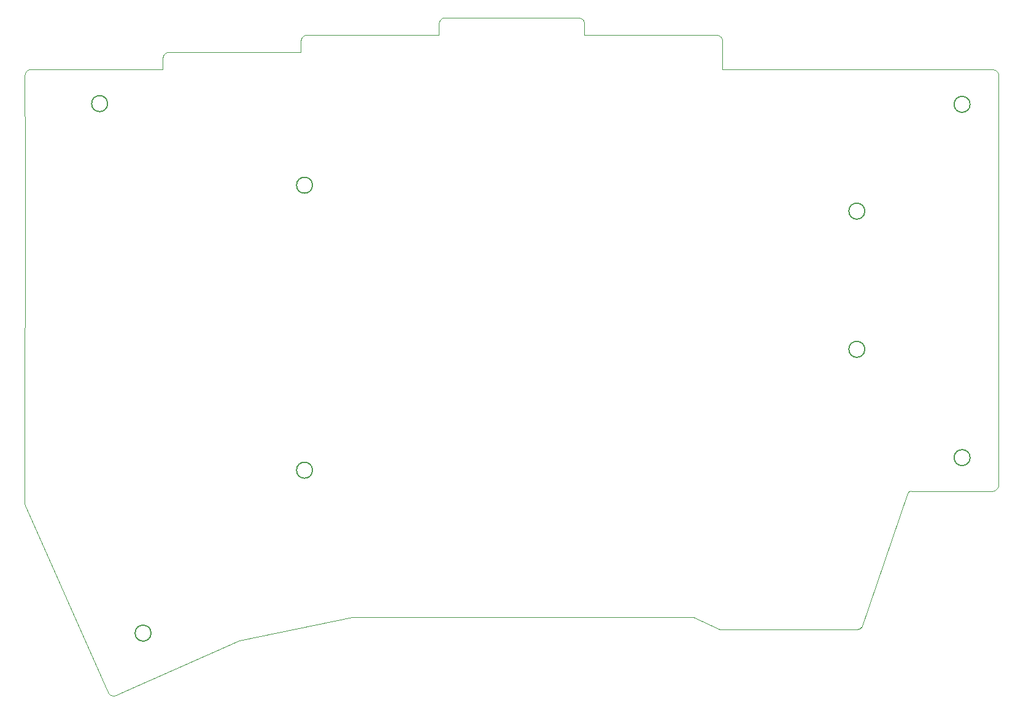
<source format=gbr>
%TF.GenerationSoftware,KiCad,Pcbnew,8.0.3*%
%TF.CreationDate,2024-09-02T20:29:09+10:00*%
%TF.ProjectId,bottom_plate,626f7474-6f6d-45f7-906c-6174652e6b69,1.0.0*%
%TF.SameCoordinates,Original*%
%TF.FileFunction,Profile,NP*%
%FSLAX46Y46*%
G04 Gerber Fmt 4.6, Leading zero omitted, Abs format (unit mm)*
G04 Created by KiCad (PCBNEW 8.0.3) date 2024-09-02 20:29:09*
%MOMM*%
%LPD*%
G01*
G04 APERTURE LIST*
%TA.AperFunction,Profile*%
%ADD10C,0.100000*%
%TD*%
%ADD11C,0.100000*%
%TA.AperFunction,Profile*%
%ADD12C,0.200000*%
%TD*%
G04 APERTURE END LIST*
D10*
X140118386Y-107102395D02*
G75*
G02*
X139666515Y-107390812I-451886J209795D01*
G01*
D11*
X44722420Y-27792036D02*
X44617900Y-27793006D01*
X44509283Y-27799796D01*
X44409178Y-27815424D01*
X44331840Y-27835640D01*
D10*
X62772420Y-27792036D02*
X62772420Y-26410786D01*
D12*
X140572418Y-68773286D02*
G75*
G02*
X138372418Y-68773286I-1100000J0D01*
G01*
X138372418Y-68773286D02*
G75*
G02*
X140572418Y-68773286I1100000J0D01*
G01*
D11*
X24688862Y-90118703D02*
X24717796Y-90218582D01*
X24758027Y-90315542D01*
D12*
X140572418Y-49723286D02*
G75*
G02*
X138372418Y-49723286I-1100000J0D01*
G01*
X138372418Y-49723286D02*
G75*
G02*
X140572418Y-49723286I1100000J0D01*
G01*
D11*
X158287333Y-30187767D02*
X158185300Y-30176815D01*
X158078521Y-30173429D01*
X158022418Y-30173278D01*
X120922420Y-26410786D02*
X120921449Y-26306266D01*
X120914659Y-26197649D01*
X120899031Y-26097544D01*
X120878816Y-26020206D01*
D12*
X155100000Y-83700000D02*
G75*
G02*
X152900000Y-83700000I-1100000J0D01*
G01*
X152900000Y-83700000D02*
G75*
G02*
X155100000Y-83700000I1100000J0D01*
G01*
D10*
X25672420Y-30173286D02*
X28077418Y-30173286D01*
D12*
X36100000Y-34900000D02*
G75*
G02*
X33900000Y-34900000I-1100000J0D01*
G01*
X33900000Y-34900000D02*
G75*
G02*
X36100000Y-34900000I1100000J0D01*
G01*
D11*
X159022418Y-31173278D02*
X159021447Y-31068759D01*
X159014657Y-30960141D01*
X158999029Y-30860037D01*
X158978814Y-30782699D01*
D10*
X70422418Y-25410786D02*
X81822420Y-25410786D01*
X54289939Y-108922332D02*
X69847416Y-105692661D01*
D11*
X62870720Y-25887671D02*
X62829163Y-25981647D01*
X62800090Y-26078404D01*
X62786909Y-26145871D01*
D10*
X116897416Y-105692661D02*
X69847416Y-105692661D01*
X138622416Y-107392661D02*
X120572416Y-107392661D01*
D11*
X101828816Y-23638956D02*
X101791791Y-23542373D01*
X101742922Y-23451278D01*
X101682059Y-23365225D01*
X101668435Y-23348581D01*
X62786909Y-26145871D02*
X62775957Y-26247903D01*
X62772571Y-26354682D01*
X62772420Y-26410786D01*
X158412999Y-88279682D02*
X158509582Y-88242657D01*
X158600677Y-88193788D01*
X158686730Y-88132925D01*
X158703375Y-88119301D01*
X120187335Y-25425275D02*
X120085302Y-25414323D01*
X119978523Y-25410937D01*
X119922420Y-25410786D01*
D10*
X101872420Y-25410786D02*
X108522416Y-25410786D01*
D11*
X82822420Y-23029536D02*
X82717900Y-23030506D01*
X82609283Y-23037296D01*
X82509178Y-23052924D01*
X82431840Y-23073140D01*
X63381840Y-25454390D02*
X63285257Y-25491414D01*
X63194162Y-25540283D01*
X63108109Y-25601146D01*
X63091465Y-25614771D01*
X36080779Y-115890436D02*
X36123978Y-115985614D01*
X36174159Y-116082184D01*
X36228974Y-116167393D01*
X36278768Y-116229927D01*
X63772420Y-25410786D02*
X63667900Y-25411756D01*
X63559283Y-25418546D01*
X63459178Y-25434174D01*
X63381840Y-25454390D01*
X81920720Y-23506421D02*
X81879163Y-23600397D01*
X81850090Y-23697154D01*
X81836909Y-23764621D01*
X44331840Y-27835640D02*
X44235257Y-27872664D01*
X44144162Y-27921533D01*
X44058109Y-27982396D01*
X44041465Y-27996021D01*
D10*
X108522416Y-25410786D02*
X119922420Y-25410786D01*
X24718655Y-42074749D02*
X24672420Y-89910714D01*
X120922420Y-26410786D02*
X120922420Y-30173285D01*
D11*
X24686909Y-30908371D02*
X24675957Y-31010403D01*
X24672571Y-31117182D01*
X24672420Y-31173286D01*
D10*
X81822420Y-25410786D02*
X81822420Y-24029536D01*
D11*
X25672420Y-30173286D02*
X25567900Y-30174256D01*
X25459283Y-30181046D01*
X25359178Y-30196674D01*
X25281840Y-30216890D01*
X101395535Y-23127836D02*
X101301558Y-23086279D01*
X101204801Y-23057206D01*
X101137335Y-23044025D01*
X43820720Y-28268921D02*
X43779163Y-28362897D01*
X43750090Y-28459654D01*
X43736909Y-28527121D01*
X43736909Y-28527121D02*
X43725957Y-28629153D01*
X43722571Y-28735932D01*
X43722420Y-28792036D01*
D10*
X101872420Y-24029536D02*
X101872420Y-25410786D01*
X43722420Y-30173286D02*
X43722420Y-28792036D01*
X82822420Y-23029536D02*
X100872420Y-23029536D01*
D11*
X24991465Y-30377271D02*
X24916114Y-30447918D01*
X24844983Y-30532018D01*
X24787815Y-30618902D01*
X24770720Y-30650171D01*
D10*
X36080779Y-115890436D02*
X24758027Y-90315542D01*
D11*
X44041465Y-27996021D02*
X43966114Y-28066668D01*
X43894983Y-28150768D01*
X43837815Y-28237652D01*
X43820720Y-28268921D01*
X120878816Y-26020206D02*
X120841791Y-25923623D01*
X120792922Y-25832528D01*
X120732059Y-25746475D01*
X120718435Y-25729831D01*
D10*
X24672420Y-31173286D02*
X24718655Y-42074749D01*
D11*
X24672420Y-89910714D02*
X24674885Y-90015659D01*
X24688862Y-90118703D01*
X158703375Y-88119301D02*
X158778725Y-88048653D01*
X158849856Y-87964553D01*
X158907024Y-87877669D01*
X158924120Y-87846401D01*
D12*
X64372420Y-85442036D02*
G75*
G02*
X62172420Y-85442036I-1100000J0D01*
G01*
X62172420Y-85442036D02*
G75*
G02*
X64372420Y-85442036I1100000J0D01*
G01*
D11*
X158818433Y-30492323D02*
X158747785Y-30416972D01*
X158663685Y-30345841D01*
X158576802Y-30288673D01*
X158545534Y-30271578D01*
X37151898Y-116493997D02*
X37249629Y-116462705D01*
X37348637Y-116422574D01*
X37400000Y-116400000D01*
X81836909Y-23764621D02*
X81825957Y-23866653D01*
X81822571Y-23973432D01*
X81822420Y-24029536D01*
X101137335Y-23044025D02*
X101035302Y-23033073D01*
X100928523Y-23029687D01*
X100872420Y-23029536D01*
X120718435Y-25729831D02*
X120647787Y-25654480D01*
X120563687Y-25583349D01*
X120476803Y-25526181D01*
X120445535Y-25509086D01*
D12*
X155100000Y-35000000D02*
G75*
G02*
X152900000Y-35000000I-1100000J0D01*
G01*
X152900000Y-35000000D02*
G75*
G02*
X155100000Y-35000000I1100000J0D01*
G01*
D11*
X25281840Y-30216890D02*
X25185257Y-30253914D01*
X25094162Y-30302783D01*
X25008109Y-30363646D01*
X24991465Y-30377271D01*
X36881873Y-116521887D02*
X36984628Y-116521842D01*
X37084871Y-116509256D01*
X37151898Y-116493997D01*
X36542971Y-116430517D02*
X36638075Y-116470816D01*
X36743771Y-116501812D01*
X36846360Y-116518913D01*
X36881873Y-116521887D01*
D10*
X63772420Y-25410786D02*
X70422418Y-25410786D01*
D12*
X42100000Y-107900000D02*
G75*
G02*
X39900000Y-107900000I-1100000J0D01*
G01*
X39900000Y-107900000D02*
G75*
G02*
X42100000Y-107900000I1100000J0D01*
G01*
D11*
X24770720Y-30654536D02*
X24726147Y-30753531D01*
X24696603Y-30856358D01*
X24686909Y-30908371D01*
X101668435Y-23348581D02*
X101597787Y-23273230D01*
X101513687Y-23202099D01*
X101426803Y-23144931D01*
X101395535Y-23127836D01*
D10*
X44722420Y-27792036D02*
X62772420Y-27792036D01*
D11*
X101872420Y-24029536D02*
X101871449Y-23925016D01*
X101864659Y-23816399D01*
X101849031Y-23716294D01*
X101828816Y-23638956D01*
D10*
X146524712Y-88634901D02*
X140118386Y-107102394D01*
X159022418Y-31173278D02*
X159022420Y-87323286D01*
X120572416Y-107392661D02*
X116897416Y-105692661D01*
D11*
X82141465Y-23233521D02*
X82066114Y-23304168D01*
X81994983Y-23388268D01*
X81937815Y-23475152D01*
X81920720Y-23506421D01*
X36278768Y-116229927D02*
X36351722Y-116303253D01*
X36433285Y-116366766D01*
X36523774Y-116420813D01*
X36542971Y-116430517D01*
X120445535Y-25509086D02*
X120351558Y-25467529D01*
X120254801Y-25438456D01*
X120187335Y-25425275D01*
X158924120Y-87846401D02*
X158965676Y-87752424D01*
X158994749Y-87655667D01*
X159007931Y-87588201D01*
X158545534Y-30271578D02*
X158451556Y-30230021D01*
X158354799Y-30200948D01*
X158287333Y-30187767D01*
X158978814Y-30782699D02*
X158941789Y-30686115D01*
X158892920Y-30595020D01*
X158832057Y-30508967D01*
X158818433Y-30492323D01*
X82431840Y-23073140D02*
X82335257Y-23110164D01*
X82244162Y-23159033D01*
X82158109Y-23219896D01*
X82141465Y-23233521D01*
D10*
X28077418Y-30173286D02*
X43722420Y-30173286D01*
X146997416Y-88323286D02*
X158022420Y-88323286D01*
X139666515Y-107390833D02*
X138622416Y-107392661D01*
D11*
X159007931Y-87588201D02*
X159018882Y-87486168D01*
X159022268Y-87379389D01*
X159022420Y-87323286D01*
D10*
X120922420Y-30173285D02*
X158022418Y-30173278D01*
D11*
X63091465Y-25614771D02*
X63016114Y-25685418D01*
X62944983Y-25769518D01*
X62887815Y-25856402D01*
X62870720Y-25887671D01*
X158022420Y-88323286D02*
X158126938Y-88322315D01*
X158235556Y-88315525D01*
X158335660Y-88299897D01*
X158412999Y-88279682D01*
D10*
X54289939Y-108922332D02*
X37400000Y-116400000D01*
X146524712Y-88634901D02*
G75*
G02*
X146997416Y-88314420I472788J-188499D01*
G01*
D12*
X64372418Y-46151411D02*
G75*
G02*
X62172418Y-46151411I-1100000J0D01*
G01*
X62172418Y-46151411D02*
G75*
G02*
X64372418Y-46151411I1100000J0D01*
G01*
M02*

</source>
